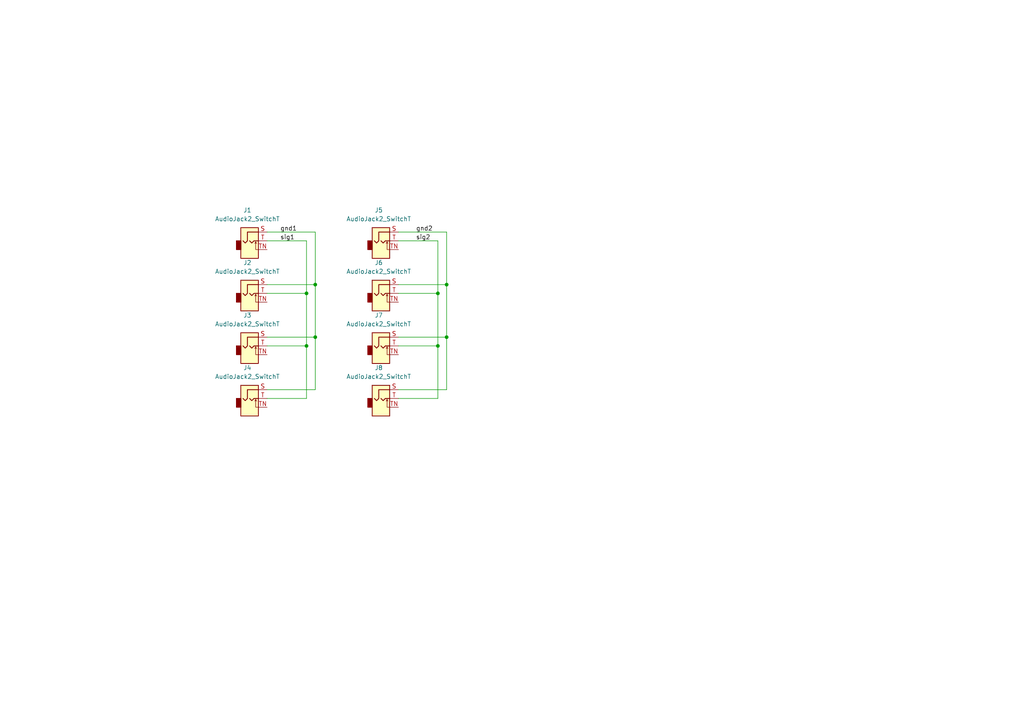
<source format=kicad_sch>
(kicad_sch (version 20211123) (generator eeschema)
  (paper "A4")
  (lib_symbols
    (symbol "Connector:AudioJack2_SwitchT"
      (property "Reference" "J" (at 0 8.89 0))
      (property "Value" "AudioJack2_SwitchT" (at 0 6.35 0))
      (symbol "AudioJack2_SwitchT_0_1"
        (rectangle (start -2.54 0) (end -3.81 -2.54) (stroke (width 0.254)) (fill (type outline)))
        (polyline (pts (xy 1.778 -0.254) (xy 2.032 -0.762)))
        (polyline (pts (xy 0 0) (xy 0.635 -0.635) (xy 1.27 0) (xy 2.54 0)) (stroke (width 0.254)))
        (polyline (pts (xy 2.54 -2.54) (xy 1.778 -2.54) (xy 1.778 -0.254) (xy 1.524 -0.762)))
        (polyline (pts (xy 2.54 2.54) (xy -0.635 2.54) (xy -0.635 0) (xy -1.27 -0.635) (xy -1.905 0)) (stroke (width 0.254)))
        (rectangle (start 2.54 3.81) (end -2.54 -5.08) (stroke (width 0.254)) (fill (type background)))
      )
      (symbol "AudioJack2_SwitchT_1_1"
        (pin passive line (at 5.08 2.54 180) (length 2.54) (name "~") (number "S"))
        (pin passive line (at 5.08 0 180) (length 2.54) (name "~") (number "T"))
        (pin passive line (at 5.08 -2.54 180) (length 2.54) (name "~") (number "TN"))
      )
    )
  )
  (junction (at 129.54 82.55))
  (junction (at 88.9 85.09))
  (junction (at 127 100.33))
  (junction (at 129.54 97.79))
  (junction (at 88.9 100.33))
  (junction (at 127 85.09))
  (junction (at 91.44 97.79))
  (junction (at 91.44 82.55))
  (wire (pts (xy 88.9 115.57) (xy 88.9 100.33)))
  (wire (pts (xy 115.57 69.85) (xy 127 69.85)))
  (wire (pts (xy 77.47 82.55) (xy 91.44 82.55)))
  (wire (pts (xy 91.44 97.79) (xy 91.44 82.55)))
  (wire (pts (xy 77.47 100.33) (xy 88.9 100.33)))
  (wire (pts (xy 127 85.09) (xy 115.57 85.09)))
  (wire (pts (xy 129.54 97.79) (xy 129.54 82.55)))
  (wire (pts (xy 115.57 97.79) (xy 129.54 97.79)))
  (wire (pts (xy 129.54 67.31) (xy 129.54 82.55)))
  (wire (pts (xy 91.44 113.03) (xy 91.44 97.79)))
  (wire (pts (xy 77.47 115.57) (xy 88.9 115.57)))
  (wire (pts (xy 88.9 85.09) (xy 77.47 85.09)))
  (wire (pts (xy 127 115.57) (xy 127 100.33)))
  (wire (pts (xy 115.57 67.31) (xy 129.54 67.31)))
  (wire (pts (xy 129.54 113.03) (xy 129.54 97.79)))
  (wire (pts (xy 91.44 67.31) (xy 91.44 82.55)))
  (wire (pts (xy 115.57 100.33) (xy 127 100.33)))
  (wire (pts (xy 127 100.33) (xy 127 85.09)))
  (wire (pts (xy 115.57 82.55) (xy 129.54 82.55)))
  (wire (pts (xy 115.57 113.03) (xy 129.54 113.03)))
  (wire (pts (xy 88.9 69.85) (xy 88.9 85.09)))
  (wire (pts (xy 77.47 113.03) (xy 91.44 113.03)))
  (wire (pts (xy 115.57 115.57) (xy 127 115.57)))
  (wire (pts (xy 127 69.85) (xy 127 85.09)))
  (wire (pts (xy 77.47 67.31) (xy 91.44 67.31)))
  (wire (pts (xy 77.47 69.85) (xy 88.9 69.85)))
  (wire (pts (xy 77.47 97.79) (xy 91.44 97.79)))
  (wire (pts (xy 88.9 100.33) (xy 88.9 85.09)))
  (label "gnd2" (at 120.65 67.31 0))
  (label "sig1" (at 81.28 69.85 0))
  (label "gnd1" (at 81.28 67.31 0))
  (label "sig2" (at 120.65 69.85 0))
  (symbol (lib_id "Connector:AudioJack2_SwitchT") (at 110.49 100.33 0) (unit 1)
    (property "Reference" "J7" (at 109.855 91.44 0))
    (property "Value" "AudioJack2_SwitchT" (at 109.855 93.98 0))
    (property "Footprint" "eurorack_footprints:audio_jack_pj-398sm" (effects hide))
  )
  (symbol (lib_id "Connector:AudioJack2_SwitchT") (at 72.39 115.57 0) (unit 1)
    (property "Reference" "J4" (at 71.755 106.68 0))
    (property "Value" "AudioJack2_SwitchT" (at 71.755 109.22 0))
    (property "Footprint" "eurorack_footprints:audio_jack_pj-398sm" (effects hide))
  )
  (symbol (lib_id "Connector:AudioJack2_SwitchT") (at 110.49 115.57 0) (unit 1)
    (property "Reference" "J8" (at 109.855 106.68 0))
    (property "Value" "AudioJack2_SwitchT" (at 109.855 109.22 0))
    (property "Footprint" "eurorack_footprints:audio_jack_pj-398sm" (effects hide))
  )
  (symbol (lib_id "Connector:AudioJack2_SwitchT") (at 72.39 85.09 0) (unit 1)
    (property "Reference" "J2" (at 71.755 76.2 0))
    (property "Value" "AudioJack2_SwitchT" (at 71.755 78.74 0))
    (property "Footprint" "eurorack_footprints:audio_jack_pj-398sm" (effects hide))
  )
  (symbol (lib_id "Connector:AudioJack2_SwitchT") (at 72.39 100.33 0) (unit 1)
    (property "Reference" "J3" (at 71.755 91.44 0))
    (property "Value" "AudioJack2_SwitchT" (at 71.755 93.98 0))
    (property "Footprint" "eurorack_footprints:audio_jack_pj-398sm" (effects hide))
  )
  (symbol (lib_id "Connector:AudioJack2_SwitchT") (at 72.39 69.85 0) (unit 1)
    (property "Reference" "J1" (at 71.755 60.96 0))
    (property "Value" "AudioJack2_SwitchT" (at 71.755 63.5 0))
    (property "Footprint" "eurorack_footprints:audio_jack_pj-398sm" (effects hide))
  )
  (symbol (lib_id "Connector:AudioJack2_SwitchT") (at 110.49 69.85 0) (unit 1)
    (property "Reference" "J5" (at 109.855 60.96 0))
    (property "Value" "AudioJack2_SwitchT" (at 109.855 63.5 0))
    (property "Footprint" "eurorack_footprints:audio_jack_pj-398sm" (effects hide))
  )
  (symbol (lib_id "Connector:AudioJack2_SwitchT") (at 110.49 85.09 0) (unit 1)
    (property "Reference" "J6" (at 109.855 76.2 0))
    (property "Value" "AudioJack2_SwitchT" (at 109.855 78.74 0))
    (property "Footprint" "eurorack_footprints:audio_jack_pj-398sm" (effects hide))
  )
)
</source>
